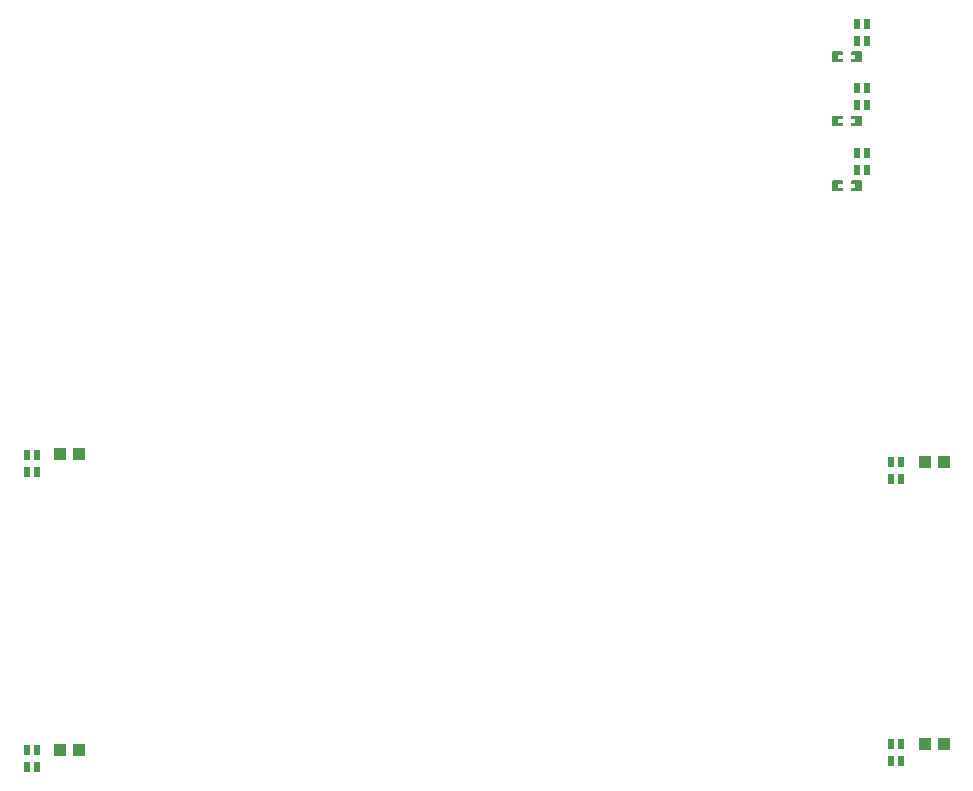
<source format=gtp>
G04 Layer: TopPasteMaskLayer*
G04 EasyEDA v6.5.34, 2023-09-22 05:33:05*
G04 483193eee7e04f69b81b85979c1b7fa7,5a6b42c53f6a479593ecc07194224c93,10*
G04 Gerber Generator version 0.2*
G04 Scale: 100 percent, Rotated: No, Reflected: No *
G04 Dimensions in millimeters *
G04 leading zeros omitted , absolute positions ,4 integer and 5 decimal *
%FSLAX45Y45*%
%MOMM*%

%ADD10R,0.6000X0.8500*%
%ADD11R,1.0000X1.1000*%

%LPD*%
G36*
X7695793Y11068608D02*
G01*
X7690815Y11063579D01*
X7690815Y10983620D01*
X7695793Y10978591D01*
X7775803Y10978591D01*
X7780781Y10983620D01*
X7780781Y11006378D01*
X7743799Y11006378D01*
X7743799Y11039398D01*
X7780781Y11039398D01*
X7780781Y11063579D01*
X7775803Y11068608D01*
G37*
G36*
X7855813Y11068608D02*
G01*
X7850784Y11063579D01*
X7850784Y11039398D01*
X7888782Y11039398D01*
X7888782Y11006378D01*
X7850784Y11006378D01*
X7850784Y10983620D01*
X7855813Y10978591D01*
X7934807Y10978591D01*
X7939786Y10983620D01*
X7939786Y11063579D01*
X7934807Y11068608D01*
G37*
G36*
X7695793Y9976408D02*
G01*
X7690815Y9971379D01*
X7690815Y9891420D01*
X7695793Y9886391D01*
X7775803Y9886391D01*
X7780781Y9891420D01*
X7780781Y9914178D01*
X7743799Y9914178D01*
X7743799Y9947198D01*
X7780781Y9947198D01*
X7780781Y9971379D01*
X7775803Y9976408D01*
G37*
G36*
X7855813Y9976408D02*
G01*
X7850784Y9971379D01*
X7850784Y9947198D01*
X7888782Y9947198D01*
X7888782Y9914178D01*
X7850784Y9914178D01*
X7850784Y9891420D01*
X7855813Y9886391D01*
X7934807Y9886391D01*
X7939786Y9891420D01*
X7939786Y9971379D01*
X7934807Y9976408D01*
G37*
G36*
X7695793Y10522508D02*
G01*
X7690815Y10517479D01*
X7690815Y10437520D01*
X7695793Y10432491D01*
X7775803Y10432491D01*
X7780781Y10437520D01*
X7780781Y10460278D01*
X7743799Y10460278D01*
X7743799Y10493298D01*
X7780781Y10493298D01*
X7780781Y10517479D01*
X7775803Y10522508D01*
G37*
G36*
X7855813Y10522508D02*
G01*
X7850784Y10517479D01*
X7850784Y10493298D01*
X7888782Y10493298D01*
X7888782Y10460278D01*
X7850784Y10460278D01*
X7850784Y10437520D01*
X7855813Y10432491D01*
X7934807Y10432491D01*
X7939786Y10437520D01*
X7939786Y10517479D01*
X7934807Y10522508D01*
G37*
D10*
G01*
X7984794Y11299291D03*
G01*
X7899806Y11154308D03*
G01*
X7984794Y11154308D03*
G01*
X7899806Y11299291D03*
G01*
X7984794Y10754791D03*
G01*
X7899806Y10609808D03*
G01*
X7984794Y10609808D03*
G01*
X7899806Y10754791D03*
G01*
X7984794Y10210292D03*
G01*
X7899806Y10065308D03*
G01*
X7984794Y10065308D03*
G01*
X7899806Y10210292D03*
D11*
G01*
X1311910Y7658100D03*
G01*
X1151915Y7658100D03*
D10*
G01*
X956894Y7654391D03*
G01*
X871905Y7509408D03*
G01*
X956894Y7509408D03*
G01*
X871905Y7654391D03*
G01*
X956894Y5152491D03*
G01*
X871905Y5007508D03*
G01*
X956894Y5007508D03*
G01*
X871905Y5152491D03*
D11*
G01*
X1311910Y5156200D03*
G01*
X1151915Y5156200D03*
G01*
X8639809Y5207000D03*
G01*
X8479815Y5207000D03*
D10*
G01*
X8272094Y5203291D03*
G01*
X8187105Y5058308D03*
G01*
X8272094Y5058308D03*
G01*
X8187105Y5203291D03*
G01*
X8272094Y7590891D03*
G01*
X8187105Y7445908D03*
G01*
X8272094Y7445908D03*
G01*
X8187105Y7590891D03*
D11*
G01*
X8639809Y7594600D03*
G01*
X8479815Y7594600D03*
M02*

</source>
